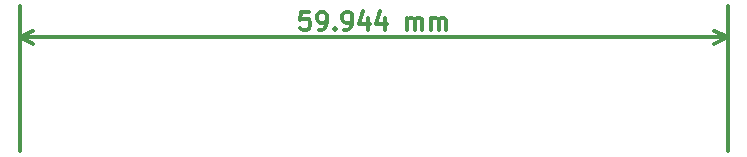
<source format=gbr>
G04 #@! TF.FileFunction,Glue,Bot*
%FSLAX46Y46*%
G04 Gerber Fmt 4.6, Leading zero omitted, Abs format (unit mm)*
G04 Created by KiCad (PCBNEW 4.0.7) date 04/06/18 15:52:26*
%MOMM*%
%LPD*%
G01*
G04 APERTURE LIST*
%ADD10C,0.100000*%
%ADD11C,0.300000*%
G04 APERTURE END LIST*
D10*
D11*
X150781430Y-36182571D02*
X150067144Y-36182571D01*
X149995715Y-36896857D01*
X150067144Y-36825429D01*
X150210001Y-36754000D01*
X150567144Y-36754000D01*
X150710001Y-36825429D01*
X150781430Y-36896857D01*
X150852858Y-37039714D01*
X150852858Y-37396857D01*
X150781430Y-37539714D01*
X150710001Y-37611143D01*
X150567144Y-37682571D01*
X150210001Y-37682571D01*
X150067144Y-37611143D01*
X149995715Y-37539714D01*
X151567143Y-37682571D02*
X151852858Y-37682571D01*
X151995715Y-37611143D01*
X152067143Y-37539714D01*
X152210001Y-37325429D01*
X152281429Y-37039714D01*
X152281429Y-36468286D01*
X152210001Y-36325429D01*
X152138572Y-36254000D01*
X151995715Y-36182571D01*
X151710001Y-36182571D01*
X151567143Y-36254000D01*
X151495715Y-36325429D01*
X151424286Y-36468286D01*
X151424286Y-36825429D01*
X151495715Y-36968286D01*
X151567143Y-37039714D01*
X151710001Y-37111143D01*
X151995715Y-37111143D01*
X152138572Y-37039714D01*
X152210001Y-36968286D01*
X152281429Y-36825429D01*
X152924286Y-37539714D02*
X152995714Y-37611143D01*
X152924286Y-37682571D01*
X152852857Y-37611143D01*
X152924286Y-37539714D01*
X152924286Y-37682571D01*
X153710000Y-37682571D02*
X153995715Y-37682571D01*
X154138572Y-37611143D01*
X154210000Y-37539714D01*
X154352858Y-37325429D01*
X154424286Y-37039714D01*
X154424286Y-36468286D01*
X154352858Y-36325429D01*
X154281429Y-36254000D01*
X154138572Y-36182571D01*
X153852858Y-36182571D01*
X153710000Y-36254000D01*
X153638572Y-36325429D01*
X153567143Y-36468286D01*
X153567143Y-36825429D01*
X153638572Y-36968286D01*
X153710000Y-37039714D01*
X153852858Y-37111143D01*
X154138572Y-37111143D01*
X154281429Y-37039714D01*
X154352858Y-36968286D01*
X154424286Y-36825429D01*
X155710000Y-36682571D02*
X155710000Y-37682571D01*
X155352857Y-36111143D02*
X154995714Y-37182571D01*
X155924286Y-37182571D01*
X157138571Y-36682571D02*
X157138571Y-37682571D01*
X156781428Y-36111143D02*
X156424285Y-37182571D01*
X157352857Y-37182571D01*
X159067142Y-37682571D02*
X159067142Y-36682571D01*
X159067142Y-36825429D02*
X159138570Y-36754000D01*
X159281428Y-36682571D01*
X159495713Y-36682571D01*
X159638570Y-36754000D01*
X159709999Y-36896857D01*
X159709999Y-37682571D01*
X159709999Y-36896857D02*
X159781428Y-36754000D01*
X159924285Y-36682571D01*
X160138570Y-36682571D01*
X160281428Y-36754000D01*
X160352856Y-36896857D01*
X160352856Y-37682571D01*
X161067142Y-37682571D02*
X161067142Y-36682571D01*
X161067142Y-36825429D02*
X161138570Y-36754000D01*
X161281428Y-36682571D01*
X161495713Y-36682571D01*
X161638570Y-36754000D01*
X161709999Y-36896857D01*
X161709999Y-37682571D01*
X161709999Y-36896857D02*
X161781428Y-36754000D01*
X161924285Y-36682571D01*
X162138570Y-36682571D01*
X162281428Y-36754000D01*
X162352856Y-36896857D01*
X162352856Y-37682571D01*
X126238000Y-38354000D02*
X186182000Y-38354000D01*
X126238000Y-48006000D02*
X126238000Y-35654000D01*
X186182000Y-48006000D02*
X186182000Y-35654000D01*
X186182000Y-38354000D02*
X185055496Y-38940421D01*
X186182000Y-38354000D02*
X185055496Y-37767579D01*
X126238000Y-38354000D02*
X127364504Y-38940421D01*
X126238000Y-38354000D02*
X127364504Y-37767579D01*
M02*

</source>
